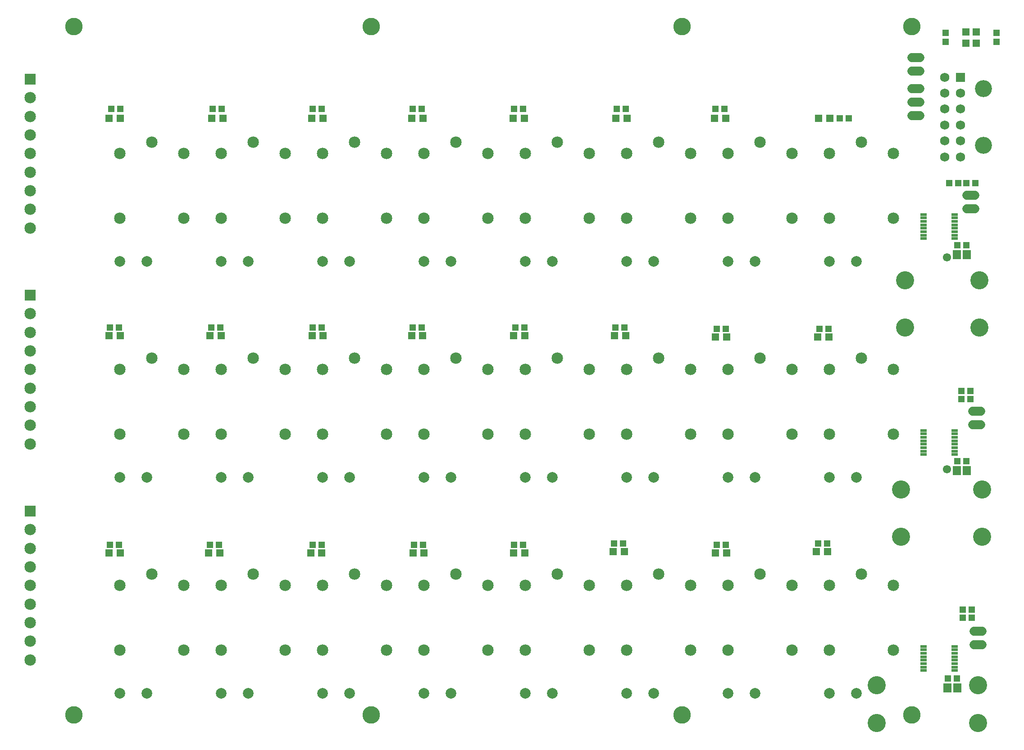
<source format=gts>
G75*
G70*
%OFA0B0*%
%FSLAX24Y24*%
%IPPOS*%
%LPD*%
%AMOC8*
5,1,8,0,0,1.08239X$1,22.5*
%
%ADD10C,0.1300*%
%ADD11C,0.1340*%
%ADD12C,0.0671*%
%ADD13C,0.1261*%
%ADD14C,0.0682*%
%ADD15R,0.0682X0.0682*%
%ADD16R,0.0470X0.0200*%
%ADD17R,0.0474X0.0513*%
%ADD18R,0.0552X0.0552*%
%ADD19R,0.0592X0.0671*%
%ADD20R,0.0513X0.0474*%
%ADD21C,0.0848*%
%ADD22C,0.0789*%
%ADD23R,0.0848X0.0848*%
%ADD24C,0.0611*%
D10*
X010386Y002992D03*
X032386Y002992D03*
X055386Y002992D03*
X072386Y002992D03*
X072386Y053992D03*
X055386Y053992D03*
X032386Y053992D03*
X010386Y053992D03*
D11*
X071586Y019689D03*
X071586Y016189D03*
X077586Y016189D03*
X077586Y019689D03*
X077386Y031689D03*
X077386Y035189D03*
X071886Y035189D03*
X071886Y031689D03*
X069786Y005189D03*
X069786Y002389D03*
X077286Y002389D03*
X077286Y005189D03*
D12*
X076991Y008189D02*
X077582Y008189D01*
X077582Y009189D02*
X076991Y009189D01*
X076891Y024489D02*
X077482Y024489D01*
X077482Y025489D02*
X076891Y025489D01*
X077032Y040489D02*
X076441Y040489D01*
X076441Y041489D02*
X077032Y041489D01*
X072982Y047389D02*
X072391Y047389D01*
X072391Y048389D02*
X072982Y048389D01*
X072982Y049389D02*
X072391Y049389D01*
X072391Y050689D02*
X072982Y050689D01*
X072982Y051689D02*
X072391Y051689D01*
D13*
X077686Y049396D03*
X077686Y045183D03*
D14*
X075986Y045518D03*
X075986Y046699D03*
X075986Y047880D03*
X075986Y049061D03*
X074805Y049061D03*
X074805Y050242D03*
X074805Y047880D03*
X074805Y046699D03*
X074805Y045518D03*
X074805Y044337D03*
X075986Y044337D03*
D15*
X075986Y050242D03*
D16*
X075535Y040079D03*
X075535Y039823D03*
X075535Y039567D03*
X075535Y039311D03*
X075535Y039055D03*
X075535Y038800D03*
X075535Y038544D03*
X075535Y038288D03*
X073238Y038288D03*
X073238Y038544D03*
X073238Y038800D03*
X073238Y039055D03*
X073238Y039311D03*
X073238Y039567D03*
X073238Y039823D03*
X073238Y040079D03*
X073238Y024079D03*
X073238Y023823D03*
X073238Y023567D03*
X073238Y023311D03*
X073238Y023055D03*
X073238Y022800D03*
X073238Y022544D03*
X073238Y022288D03*
X075535Y022288D03*
X075535Y022544D03*
X075535Y022800D03*
X075535Y023055D03*
X075535Y023311D03*
X075535Y023567D03*
X075535Y023823D03*
X075535Y024079D03*
X075535Y008079D03*
X075535Y007823D03*
X075535Y007567D03*
X075535Y007311D03*
X075535Y007055D03*
X075535Y006800D03*
X075535Y006544D03*
X075535Y006288D03*
X073238Y006288D03*
X073238Y006544D03*
X073238Y006800D03*
X073238Y007055D03*
X073238Y007311D03*
X073238Y007567D03*
X073238Y007823D03*
X073238Y008079D03*
D17*
X076152Y010189D03*
X076152Y010789D03*
X076821Y010789D03*
X076821Y010189D03*
X066121Y015689D03*
X065452Y015689D03*
X058621Y015589D03*
X057952Y015589D03*
X051021Y015689D03*
X050352Y015689D03*
X043621Y015589D03*
X042952Y015589D03*
X036221Y015589D03*
X035552Y015589D03*
X028721Y015589D03*
X028052Y015589D03*
X021121Y015589D03*
X020452Y015589D03*
X013721Y015589D03*
X013052Y015589D03*
X013052Y031689D03*
X013721Y031689D03*
X020552Y031689D03*
X021221Y031689D03*
X028052Y031689D03*
X028721Y031689D03*
X035452Y031689D03*
X036121Y031689D03*
X043052Y031689D03*
X043721Y031689D03*
X050452Y031689D03*
X051121Y031689D03*
X057952Y031589D03*
X058621Y031589D03*
X065552Y031589D03*
X066221Y031589D03*
X076052Y026989D03*
X076721Y026989D03*
X076721Y026389D03*
X076052Y026389D03*
X075821Y042389D03*
X076402Y042389D03*
X077071Y042389D03*
X075152Y042389D03*
X067721Y047189D03*
X067052Y047189D03*
X058521Y047889D03*
X057852Y047889D03*
X051221Y047889D03*
X050552Y047889D03*
X043621Y047889D03*
X042952Y047889D03*
X036121Y047889D03*
X035452Y047889D03*
X028721Y047889D03*
X028052Y047889D03*
X021321Y047889D03*
X020652Y047889D03*
X013821Y047889D03*
X013152Y047889D03*
D18*
X012973Y047189D03*
X013800Y047189D03*
X020573Y047189D03*
X021400Y047189D03*
X027973Y047189D03*
X028800Y047189D03*
X035373Y047189D03*
X036200Y047189D03*
X042873Y047189D03*
X043700Y047189D03*
X050473Y047189D03*
X051300Y047189D03*
X057773Y047189D03*
X058600Y047189D03*
X065473Y047189D03*
X066300Y047189D03*
X076386Y052776D03*
X077136Y052776D03*
X077136Y053603D03*
X076386Y053603D03*
X066241Y030989D03*
X065414Y030989D03*
X058679Y030989D03*
X057852Y030989D03*
X051216Y031089D03*
X050390Y031089D03*
X043754Y031089D03*
X042927Y031089D03*
X036192Y031089D03*
X035365Y031089D03*
X028830Y031089D03*
X028003Y031089D03*
X021268Y031089D03*
X020441Y031089D03*
X013805Y031089D03*
X012979Y031089D03*
X012977Y014989D03*
X013804Y014989D03*
X020339Y014989D03*
X021166Y014989D03*
X027901Y014989D03*
X028728Y014989D03*
X035464Y014989D03*
X036290Y014989D03*
X042926Y014989D03*
X043753Y014989D03*
X050288Y015089D03*
X051115Y015089D03*
X057850Y014989D03*
X058677Y014989D03*
X065312Y015089D03*
X066139Y015089D03*
D19*
X075712Y021089D03*
X076460Y021089D03*
X076460Y037089D03*
X075712Y037089D03*
X075760Y004989D03*
X075012Y004989D03*
D20*
X075052Y005689D03*
X075721Y005689D03*
X075752Y021789D03*
X076421Y021789D03*
X076421Y037789D03*
X075752Y037789D03*
X074886Y052855D03*
X074886Y053524D03*
X078636Y053524D03*
X078636Y052855D03*
D21*
X007142Y007077D03*
X007142Y008455D03*
X007142Y009833D03*
X007142Y011211D03*
X007142Y012589D03*
X007142Y013967D03*
X007142Y015345D03*
X007142Y016723D03*
X013786Y012589D03*
X016149Y013416D03*
X018511Y012589D03*
X021286Y012589D03*
X023649Y013416D03*
X026011Y012589D03*
X028786Y012589D03*
X031149Y013416D03*
X033511Y012589D03*
X036286Y012589D03*
X038649Y013416D03*
X041011Y012589D03*
X043786Y012589D03*
X046149Y013416D03*
X048511Y012589D03*
X051286Y012589D03*
X053649Y013416D03*
X056011Y012589D03*
X058786Y012589D03*
X061149Y013416D03*
X063511Y012589D03*
X066286Y012589D03*
X068649Y013416D03*
X071011Y012589D03*
X071011Y007786D03*
X066286Y007786D03*
X063511Y007786D03*
X058786Y007786D03*
X056011Y007786D03*
X051286Y007786D03*
X048511Y007786D03*
X043786Y007786D03*
X041011Y007786D03*
X036286Y007786D03*
X033511Y007786D03*
X028786Y007786D03*
X026011Y007786D03*
X021286Y007786D03*
X018511Y007786D03*
X013786Y007786D03*
X007142Y023077D03*
X007142Y024455D03*
X007142Y025833D03*
X007142Y027211D03*
X007142Y028589D03*
X007142Y029967D03*
X007142Y031345D03*
X007142Y032723D03*
X013786Y028589D03*
X016149Y029416D03*
X018511Y028589D03*
X021286Y028589D03*
X023649Y029416D03*
X026011Y028589D03*
X028786Y028589D03*
X031149Y029416D03*
X033511Y028589D03*
X036286Y028589D03*
X038649Y029416D03*
X041011Y028589D03*
X043786Y028589D03*
X046149Y029416D03*
X048511Y028589D03*
X051286Y028589D03*
X053649Y029416D03*
X056011Y028589D03*
X058786Y028589D03*
X061149Y029416D03*
X063511Y028589D03*
X066286Y028589D03*
X068649Y029416D03*
X071011Y028589D03*
X071011Y023786D03*
X066286Y023786D03*
X063511Y023786D03*
X058786Y023786D03*
X056011Y023786D03*
X051286Y023786D03*
X048511Y023786D03*
X043786Y023786D03*
X041011Y023786D03*
X036286Y023786D03*
X033511Y023786D03*
X028786Y023786D03*
X026011Y023786D03*
X021286Y023786D03*
X018511Y023786D03*
X013786Y023786D03*
X007142Y039077D03*
X007142Y040455D03*
X007142Y041833D03*
X007142Y043211D03*
X007142Y044589D03*
X007142Y045967D03*
X007142Y047345D03*
X007142Y048723D03*
X013786Y044589D03*
X016149Y045416D03*
X018511Y044589D03*
X021286Y044589D03*
X023649Y045416D03*
X026011Y044589D03*
X028786Y044589D03*
X031149Y045416D03*
X033511Y044589D03*
X036286Y044589D03*
X038649Y045416D03*
X041011Y044589D03*
X043786Y044589D03*
X046149Y045416D03*
X048511Y044589D03*
X051286Y044589D03*
X053649Y045416D03*
X056011Y044589D03*
X058786Y044589D03*
X061149Y045416D03*
X063511Y044589D03*
X066286Y044589D03*
X068649Y045416D03*
X071011Y044589D03*
X071011Y039786D03*
X066286Y039786D03*
X063511Y039786D03*
X058786Y039786D03*
X056011Y039786D03*
X051286Y039786D03*
X048511Y039786D03*
X043786Y039786D03*
X041011Y039786D03*
X036286Y039786D03*
X033511Y039786D03*
X028786Y039786D03*
X026011Y039786D03*
X021286Y039786D03*
X018511Y039786D03*
X013786Y039786D03*
D22*
X013786Y036589D03*
X015786Y036589D03*
X021286Y036589D03*
X023286Y036589D03*
X028786Y036589D03*
X030786Y036589D03*
X036286Y036589D03*
X038286Y036589D03*
X043786Y036589D03*
X045786Y036589D03*
X051286Y036589D03*
X053286Y036589D03*
X058786Y036589D03*
X060786Y036589D03*
X066286Y036589D03*
X068286Y036589D03*
X068286Y020589D03*
X066286Y020589D03*
X060786Y020589D03*
X058786Y020589D03*
X053286Y020589D03*
X051286Y020589D03*
X045786Y020589D03*
X043786Y020589D03*
X038286Y020589D03*
X036286Y020589D03*
X030786Y020589D03*
X028786Y020589D03*
X023286Y020589D03*
X021286Y020589D03*
X015786Y020589D03*
X013786Y020589D03*
X013786Y004589D03*
X015786Y004589D03*
X021286Y004589D03*
X023286Y004589D03*
X028786Y004589D03*
X030786Y004589D03*
X036286Y004589D03*
X038286Y004589D03*
X043786Y004589D03*
X045786Y004589D03*
X051286Y004589D03*
X053286Y004589D03*
X058786Y004589D03*
X060786Y004589D03*
X066286Y004589D03*
X068286Y004589D03*
D23*
X007142Y018101D03*
X007142Y034101D03*
X007142Y050101D03*
D24*
X074986Y036889D03*
X074986Y021189D03*
M02*

</source>
